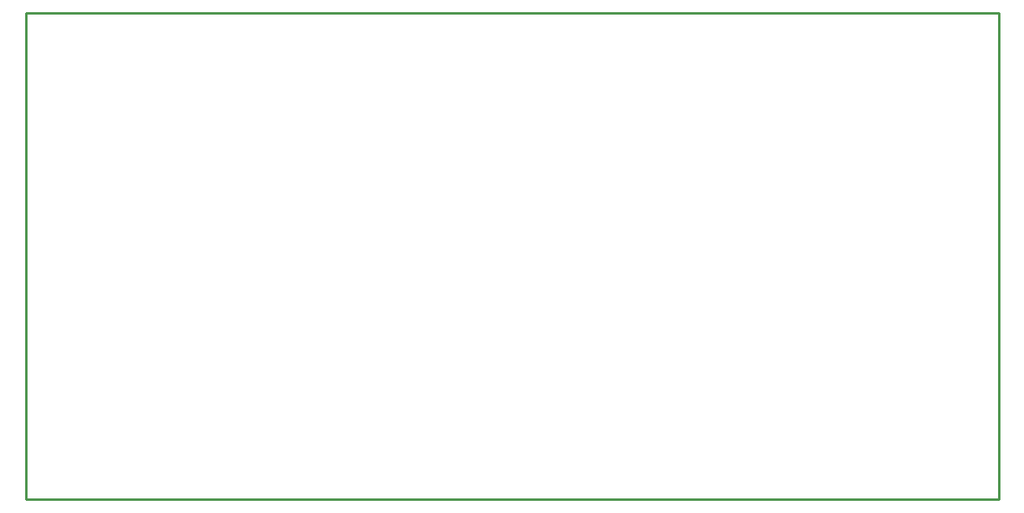
<source format=gko>
G04 Layer: BoardOutlineLayer*
G04 EasyEDA v6.5.9, 2022-08-16 23:28:22*
G04 f5b14a09dd684442802db1c3ffc6393c,10*
G04 Gerber Generator version 0.2*
G04 Scale: 100 percent, Rotated: No, Reflected: No *
G04 Dimensions in millimeters *
G04 leading zeros omitted , absolute positions ,4 integer and 5 decimal *
%FSLAX45Y45*%
%MOMM*%

%ADD10C,0.2540*%
D10*
X0Y4999989D02*
G01*
X0Y5080000D01*
X10160000Y5080000D01*
X10160000Y0D01*
X0Y0D01*
X0Y4999989D01*

%LPD*%
M02*

</source>
